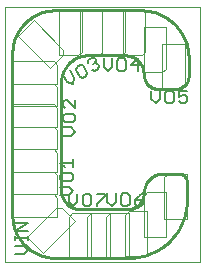
<source format=gto>
G75*
%MOIN*%
%OFA0B0*%
%FSLAX24Y24*%
%IPPOS*%
%LPD*%
%AMOC8*
5,1,8,0,0,1.08239X$1,22.5*
%
%ADD10C,0.0000*%
%ADD11C,0.0100*%
%ADD12C,0.0040*%
%ADD13C,0.0080*%
D10*
X002392Y002517D02*
X002392Y011017D01*
X008892Y011017D01*
X008892Y002517D01*
X002392Y002517D01*
D11*
X002642Y004067D02*
X002642Y009466D01*
X002644Y009541D01*
X002650Y009615D01*
X002660Y009689D01*
X002673Y009762D01*
X002691Y009835D01*
X002712Y009906D01*
X002737Y009977D01*
X002765Y010046D01*
X002797Y010113D01*
X002833Y010179D01*
X002872Y010242D01*
X002914Y010304D01*
X002960Y010363D01*
X003008Y010420D01*
X003059Y010474D01*
X003113Y010525D01*
X003170Y010573D01*
X003229Y010619D01*
X003291Y010661D01*
X003355Y010700D01*
X003420Y010736D01*
X003487Y010768D01*
X003556Y010796D01*
X003627Y010821D01*
X003698Y010842D01*
X003771Y010860D01*
X003844Y010873D01*
X003918Y010883D01*
X003992Y010889D01*
X004067Y010891D01*
X004067Y010892D02*
X006916Y010892D01*
X006392Y009392D02*
X005151Y009392D01*
X005093Y009390D01*
X005036Y009384D01*
X004979Y009375D01*
X004922Y009362D01*
X004867Y009345D01*
X004813Y009325D01*
X004760Y009301D01*
X004709Y009274D01*
X004660Y009243D01*
X004613Y009209D01*
X004568Y009173D01*
X004526Y009133D01*
X004486Y009091D01*
X004450Y009046D01*
X004416Y008999D01*
X004385Y008950D01*
X004358Y008899D01*
X004334Y008846D01*
X004314Y008792D01*
X004297Y008737D01*
X004284Y008680D01*
X004275Y008623D01*
X004269Y008566D01*
X004267Y008508D01*
X004267Y004892D01*
X004269Y004843D01*
X004275Y004794D01*
X004284Y004746D01*
X004298Y004699D01*
X004315Y004653D01*
X004335Y004608D01*
X004359Y004565D01*
X004386Y004525D01*
X004417Y004486D01*
X004450Y004450D01*
X004486Y004417D01*
X004525Y004386D01*
X004565Y004359D01*
X004608Y004335D01*
X004653Y004315D01*
X004699Y004298D01*
X004746Y004284D01*
X004794Y004275D01*
X004843Y004269D01*
X004892Y004267D01*
X006494Y004267D01*
X006517Y002641D02*
X006604Y002643D01*
X006691Y002649D01*
X006777Y002659D01*
X006863Y002672D01*
X006948Y002690D01*
X007033Y002711D01*
X007116Y002736D01*
X007198Y002765D01*
X007279Y002797D01*
X007358Y002833D01*
X007435Y002872D01*
X007511Y002915D01*
X007585Y002962D01*
X007656Y003011D01*
X007725Y003064D01*
X007792Y003120D01*
X007856Y003178D01*
X007918Y003240D01*
X007976Y003304D01*
X008032Y003371D01*
X008085Y003440D01*
X008134Y003511D01*
X008181Y003585D01*
X008224Y003661D01*
X008263Y003738D01*
X008299Y003817D01*
X008331Y003898D01*
X008360Y003980D01*
X008385Y004063D01*
X008406Y004148D01*
X008424Y004233D01*
X008437Y004319D01*
X008447Y004405D01*
X008453Y004492D01*
X008455Y004579D01*
X008454Y004579D02*
X008454Y005189D01*
X008452Y005219D01*
X008447Y005248D01*
X008439Y005277D01*
X008428Y005304D01*
X008413Y005330D01*
X008396Y005354D01*
X008376Y005376D01*
X008354Y005396D01*
X008330Y005413D01*
X008304Y005428D01*
X008277Y005439D01*
X008248Y005447D01*
X008219Y005452D01*
X008189Y005454D01*
X007681Y005454D01*
X007631Y005452D01*
X007582Y005447D01*
X007533Y005437D01*
X007485Y005425D01*
X007438Y005408D01*
X007393Y005388D01*
X007349Y005365D01*
X007307Y005339D01*
X007267Y005309D01*
X007229Y005277D01*
X007194Y005242D01*
X007162Y005204D01*
X007132Y005164D01*
X007106Y005122D01*
X007083Y005078D01*
X007063Y005033D01*
X007046Y004986D01*
X007034Y004938D01*
X007024Y004889D01*
X007019Y004840D01*
X007017Y004790D01*
X007015Y004747D01*
X007010Y004704D01*
X007001Y004662D01*
X006989Y004620D01*
X006973Y004580D01*
X006954Y004541D01*
X006932Y004504D01*
X006907Y004469D01*
X006879Y004436D01*
X006848Y004405D01*
X006815Y004377D01*
X006780Y004352D01*
X006743Y004330D01*
X006704Y004311D01*
X006664Y004295D01*
X006622Y004283D01*
X006580Y004274D01*
X006537Y004269D01*
X006494Y004267D01*
X006517Y002642D02*
X006454Y002642D01*
X004067Y002642D01*
X003992Y002644D01*
X003918Y002650D01*
X003844Y002660D01*
X003771Y002673D01*
X003698Y002691D01*
X003627Y002712D01*
X003556Y002737D01*
X003487Y002765D01*
X003420Y002797D01*
X003354Y002833D01*
X003291Y002872D01*
X003229Y002914D01*
X003170Y002960D01*
X003113Y003008D01*
X003059Y003059D01*
X003008Y003113D01*
X002960Y003170D01*
X002914Y003229D01*
X002872Y003291D01*
X002833Y003355D01*
X002797Y003420D01*
X002765Y003487D01*
X002737Y003556D01*
X002712Y003627D01*
X002691Y003698D01*
X002673Y003771D01*
X002660Y003844D01*
X002650Y003918D01*
X002644Y003992D01*
X002642Y004067D01*
X007017Y008767D02*
X007015Y008816D01*
X007009Y008865D01*
X007000Y008913D01*
X006986Y008960D01*
X006969Y009006D01*
X006949Y009051D01*
X006925Y009094D01*
X006898Y009134D01*
X006867Y009173D01*
X006834Y009209D01*
X006798Y009242D01*
X006759Y009273D01*
X006719Y009300D01*
X006676Y009324D01*
X006631Y009344D01*
X006585Y009361D01*
X006538Y009375D01*
X006490Y009384D01*
X006441Y009390D01*
X006392Y009392D01*
X006916Y010892D02*
X006995Y010890D01*
X007073Y010884D01*
X007151Y010875D01*
X007228Y010861D01*
X007305Y010844D01*
X007381Y010823D01*
X007455Y010798D01*
X007529Y010770D01*
X007601Y010738D01*
X007671Y010703D01*
X007739Y010664D01*
X007805Y010622D01*
X007870Y010577D01*
X007932Y010529D01*
X007991Y010477D01*
X008048Y010423D01*
X008102Y010366D01*
X008154Y010307D01*
X008202Y010245D01*
X008247Y010180D01*
X008289Y010114D01*
X008328Y010046D01*
X008363Y009976D01*
X008395Y009904D01*
X008423Y009830D01*
X008448Y009756D01*
X008469Y009680D01*
X008486Y009603D01*
X008500Y009526D01*
X008509Y009448D01*
X008515Y009370D01*
X008517Y009291D01*
X008517Y008717D01*
X008515Y008675D01*
X008509Y008634D01*
X008500Y008594D01*
X008487Y008554D01*
X008470Y008516D01*
X008449Y008480D01*
X008426Y008445D01*
X008399Y008413D01*
X008370Y008384D01*
X008338Y008357D01*
X008303Y008334D01*
X008267Y008313D01*
X008229Y008296D01*
X008189Y008283D01*
X008149Y008274D01*
X008108Y008268D01*
X008066Y008266D01*
X008066Y008267D02*
X007517Y008267D01*
X007473Y008269D01*
X007430Y008275D01*
X007388Y008284D01*
X007346Y008297D01*
X007306Y008314D01*
X007267Y008334D01*
X007230Y008357D01*
X007196Y008384D01*
X007163Y008413D01*
X007134Y008446D01*
X007107Y008480D01*
X007084Y008517D01*
X007064Y008556D01*
X007047Y008596D01*
X007034Y008638D01*
X007025Y008680D01*
X007019Y008723D01*
X007017Y008767D01*
D12*
X007017Y008829D02*
X007017Y010329D01*
X007767Y010329D01*
X007767Y008954D01*
X007642Y008829D01*
X007017Y008829D01*
X006954Y009392D02*
X007079Y009517D01*
X007079Y010892D01*
X006329Y010892D01*
X006329Y009392D01*
X006954Y009392D01*
X006392Y009517D02*
X006267Y009392D01*
X005642Y009392D01*
X005642Y010892D01*
X005642Y009517D01*
X005517Y009392D01*
X004892Y009392D01*
X004892Y010892D01*
X005642Y010892D01*
X006392Y010892D01*
X006392Y009517D01*
X007642Y009767D02*
X007642Y008267D01*
X008267Y008267D01*
X008392Y008392D01*
X008392Y009767D01*
X007642Y009767D01*
X004954Y009517D02*
X004829Y009392D01*
X004204Y009392D01*
X004204Y010892D01*
X004954Y010892D01*
X004954Y009517D01*
X004323Y009583D02*
X004323Y009407D01*
X003881Y008965D01*
X002820Y010025D01*
X003351Y010556D01*
X004323Y009583D01*
X004017Y009204D02*
X004142Y009079D01*
X004142Y008454D01*
X002642Y008454D01*
X004017Y008454D01*
X004142Y008329D01*
X004142Y007704D01*
X002642Y007704D01*
X002642Y008454D01*
X002642Y009204D01*
X004017Y009204D01*
X004017Y007767D02*
X002642Y007767D01*
X002642Y007017D01*
X004017Y007017D01*
X004142Y006892D01*
X004142Y006267D01*
X002642Y006267D01*
X004017Y006267D01*
X004142Y006142D01*
X004142Y005517D01*
X002642Y005517D01*
X002642Y006267D01*
X002642Y007017D01*
X004142Y007017D01*
X004142Y007642D01*
X004017Y007767D01*
X004017Y005517D02*
X002642Y005517D01*
X002642Y004767D01*
X004017Y004767D01*
X004142Y004642D01*
X004142Y004017D01*
X002642Y004017D01*
X002642Y004767D01*
X004142Y004767D01*
X004142Y005392D01*
X004017Y005517D01*
X004105Y004312D02*
X004282Y004312D01*
X004724Y003870D01*
X003663Y002810D01*
X003133Y003340D01*
X004105Y004312D01*
X004517Y004017D02*
X004642Y004142D01*
X005267Y004142D01*
X005142Y004017D01*
X005142Y002642D01*
X005892Y002642D01*
X005892Y004142D01*
X005267Y004142D01*
X005267Y002642D01*
X004517Y002642D01*
X004517Y004017D01*
X005764Y004017D02*
X005889Y004142D01*
X006514Y004142D01*
X006514Y002642D01*
X005764Y002642D01*
X005764Y004017D01*
X006392Y004079D02*
X006517Y004204D01*
X007142Y004204D01*
X007142Y002704D01*
X006392Y002704D01*
X006392Y004079D01*
X007017Y004704D02*
X007142Y004829D01*
X007767Y004829D01*
X007767Y003329D01*
X007017Y003329D01*
X007017Y004704D01*
X007704Y005329D02*
X007704Y003954D01*
X008454Y003954D01*
X008454Y005454D01*
X007829Y005454D01*
X007704Y005329D01*
D13*
X007008Y004790D02*
X006868Y004719D01*
X006727Y004579D01*
X006938Y004579D01*
X007008Y004509D01*
X007008Y004439D01*
X006938Y004369D01*
X006798Y004369D01*
X006727Y004439D01*
X006727Y004579D01*
X006547Y004439D02*
X006547Y004719D01*
X006477Y004790D01*
X006337Y004790D01*
X006267Y004719D01*
X006267Y004439D01*
X006337Y004369D01*
X006477Y004369D01*
X006547Y004439D01*
X006087Y004509D02*
X006087Y004790D01*
X005807Y004790D02*
X005807Y004509D01*
X005947Y004369D01*
X006087Y004509D01*
X005727Y004707D02*
X005446Y004427D01*
X005446Y004357D01*
X005266Y004427D02*
X005266Y004707D01*
X005196Y004777D01*
X005056Y004777D01*
X004986Y004707D01*
X004986Y004427D01*
X005056Y004357D01*
X005196Y004357D01*
X005266Y004427D01*
X005446Y004777D02*
X005727Y004777D01*
X005727Y004707D01*
X004806Y004777D02*
X004806Y004497D01*
X004666Y004357D01*
X004525Y004497D01*
X004525Y004777D01*
X004524Y004738D02*
X004664Y004878D01*
X004524Y005018D01*
X004244Y005018D01*
X004314Y005198D02*
X004244Y005268D01*
X004244Y005409D01*
X004314Y005479D01*
X004594Y005479D01*
X004664Y005409D01*
X004664Y005268D01*
X004594Y005198D01*
X004314Y005198D01*
X004244Y004738D02*
X004524Y004738D01*
X004384Y005659D02*
X004244Y005799D01*
X004664Y005799D01*
X004664Y005659D02*
X004664Y005939D01*
X004599Y006713D02*
X004319Y006713D01*
X004599Y006713D02*
X004739Y006853D01*
X004599Y006993D01*
X004319Y006993D01*
X004389Y007173D02*
X004319Y007243D01*
X004319Y007384D01*
X004389Y007454D01*
X004669Y007454D01*
X004739Y007384D01*
X004739Y007243D01*
X004669Y007173D01*
X004389Y007173D01*
X004389Y007634D02*
X004319Y007704D01*
X004319Y007844D01*
X004389Y007914D01*
X004459Y007914D01*
X004739Y007634D01*
X004739Y007914D01*
X004653Y008454D02*
X004461Y008505D01*
X004321Y008748D01*
X004564Y008888D02*
X004704Y008645D01*
X004653Y008454D01*
X004895Y008675D02*
X004991Y008649D01*
X005112Y008719D01*
X005138Y008815D01*
X004998Y009057D01*
X004902Y009083D01*
X004781Y009013D01*
X004755Y008917D01*
X004895Y008675D01*
X005154Y009148D02*
X005179Y009243D01*
X005301Y009313D01*
X005396Y009288D01*
X005431Y009227D01*
X005406Y009131D01*
X005501Y009106D01*
X005536Y009045D01*
X005511Y008949D01*
X005389Y008879D01*
X005294Y008905D01*
X005345Y009096D02*
X005406Y009131D01*
X005682Y009009D02*
X005822Y008869D01*
X005962Y009009D01*
X005962Y009290D01*
X006142Y009219D02*
X006142Y008939D01*
X006212Y008869D01*
X006352Y008869D01*
X006422Y008939D01*
X006422Y009219D01*
X006352Y009290D01*
X006212Y009290D01*
X006142Y009219D01*
X005682Y009290D02*
X005682Y009009D01*
X006602Y009079D02*
X006883Y009079D01*
X006813Y008869D02*
X006813Y009290D01*
X006602Y009079D01*
X007275Y008215D02*
X007275Y007934D01*
X007416Y007794D01*
X007556Y007934D01*
X007556Y008215D01*
X007736Y008144D02*
X007736Y007864D01*
X007806Y007794D01*
X007946Y007794D01*
X008016Y007864D01*
X008016Y008144D01*
X007946Y008215D01*
X007806Y008215D01*
X007736Y008144D01*
X008196Y008215D02*
X008196Y008004D01*
X008336Y008074D01*
X008406Y008074D01*
X008477Y008004D01*
X008477Y007864D01*
X008406Y007794D01*
X008266Y007794D01*
X008196Y007864D01*
X008196Y008215D02*
X008477Y008215D01*
X003164Y003814D02*
X002744Y003814D01*
X002744Y003534D02*
X003164Y003814D01*
X003164Y003534D02*
X002744Y003534D01*
X002744Y003367D02*
X002744Y003227D01*
X002744Y003297D02*
X003164Y003297D01*
X003164Y003227D02*
X003164Y003367D01*
X003024Y003047D02*
X002744Y003047D01*
X003024Y003047D02*
X003164Y002907D01*
X003024Y002766D01*
X002744Y002766D01*
M02*

</source>
